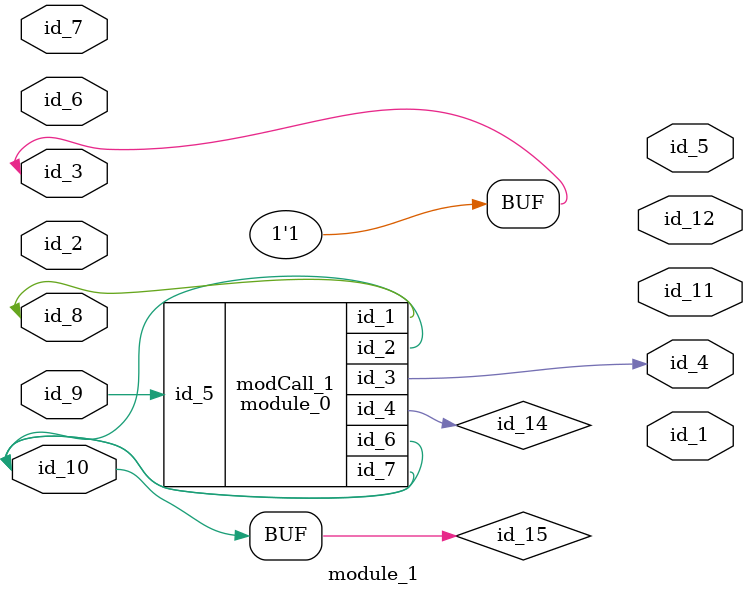
<source format=v>
module module_0 (
    id_1,
    id_2,
    id_3,
    id_4,
    id_5,
    id_6,
    id_7
);
  inout wire id_7;
  inout wire id_6;
  input wire id_5;
  inout wire id_4;
  output wire id_3;
  inout wire id_2;
  inout wire id_1;
endmodule
module module_1 (
    id_1,
    id_2,
    id_3,
    id_4,
    id_5,
    id_6,
    id_7,
    id_8,
    id_9,
    id_10,
    id_11,
    id_12
);
  output wire id_12;
  output wire id_11;
  inout wire id_10;
  input wire id_9;
  inout wire id_8;
  input wire id_7;
  input wire id_6;
  output wire id_5;
  output wire id_4;
  inout wire id_3;
  input wire id_2;
  output wire id_1;
  wire id_13, id_14;
  wire id_15;
  assign id_3  = 1;
  assign id_15 = id_10;
  module_0 modCall_1 (
      id_8,
      id_15,
      id_4,
      id_14,
      id_9,
      id_10,
      id_15
  );
endmodule

</source>
